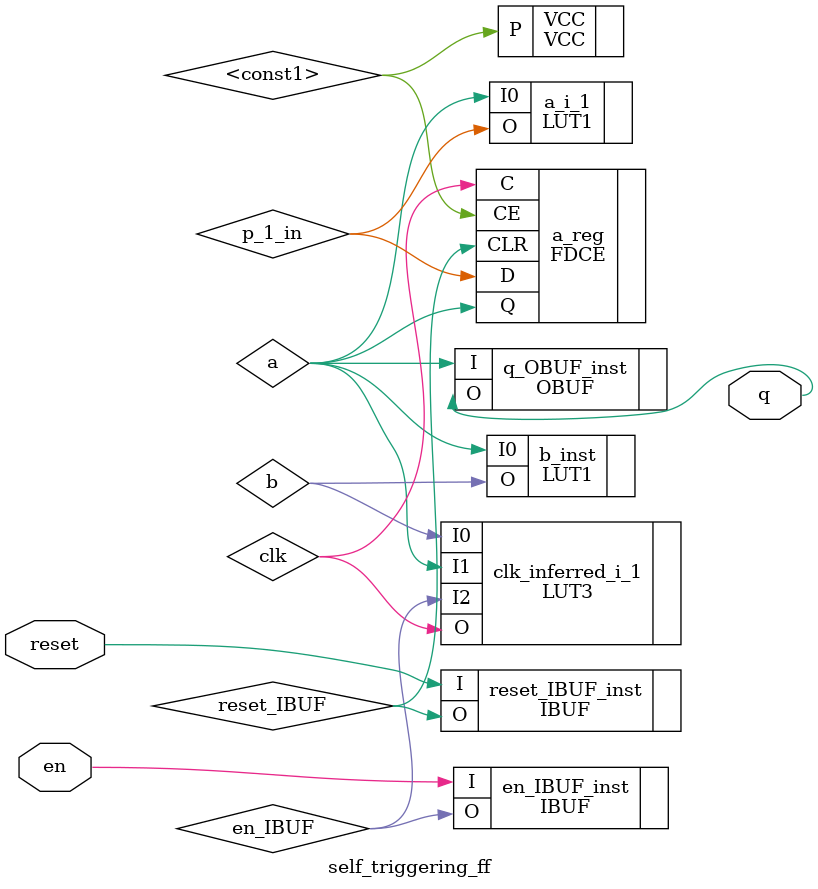
<source format=v>
`timescale 1 ps / 1 ps

(* ECO_CHECKSUM = "48939534" *) 
(* STRUCTURAL_NETLIST = "yes" *)
module self_triggering_ff
   (en,
    reset,
    q);
  input en;
  input reset;
  output q;

  wire \<const1> ;
  (* DONT_TOUCH *) wire a;
  (* DONT_TOUCH *) wire b;
  (* DONT_TOUCH *) wire clk;
  wire en;
  wire en_IBUF;
  wire p_1_in;
  wire q;
  wire reset;
  wire reset_IBUF;

  VCC VCC
       (.P(\<const1> ));
  LUT1 #(
    .INIT(2'h1)) 
    a_i_1
       (.I0(a),
        .O(p_1_in));
  (* DONT_TOUCH *) 
  (* KEEP = "yes" *) 
  (* equivalent_register_removal = "no" *) 
  FDCE #(
    .INIT(1'b0)) 
    a_reg
       (.C(clk),
        .CE(\<const1> ),
        .CLR(reset_IBUF),
        .D(p_1_in),
        .Q(a));
  LUT1 #(
    .INIT(2'h2)) 
    b_inst
       (.I0(a),
        .O(b));
  LUT3 #(
    .INIT(8'h96)) 
    clk_inferred_i_1
       (.I0(b),
        .I1(a),
        .I2(en_IBUF),
        .O(clk));
  IBUF en_IBUF_inst
       (.I(en),
        .O(en_IBUF));
  OBUF q_OBUF_inst
       (.I(a),
        .O(q));
  IBUF reset_IBUF_inst
       (.I(reset),
        .O(reset_IBUF));
endmodule

</source>
